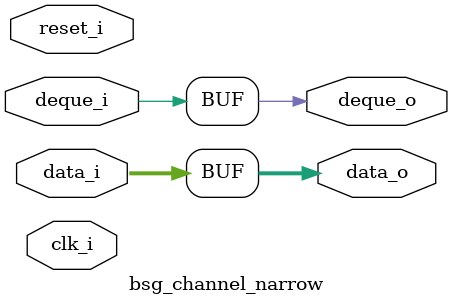
<source format=v>


module top
(
  clk_i,
  reset_i,
  data_i,
  deque_o,
  data_o,
  deque_i
);

  input [31:0] data_i;
  output [31:0] data_o;
  input clk_i;
  input reset_i;
  input deque_i;
  output deque_o;

  bsg_channel_narrow
  wrapper
  (
    .data_i(data_i),
    .data_o(data_o),
    .clk_i(clk_i),
    .reset_i(reset_i),
    .deque_i(deque_i),
    .deque_o(deque_o)
  );


endmodule



module bsg_channel_narrow
(
  clk_i,
  reset_i,
  data_i,
  deque_o,
  data_o,
  deque_i
);

  input [31:0] data_i;
  output [31:0] data_o;
  input clk_i;
  input reset_i;
  input deque_i;
  output deque_o;
  wire [31:0] data_o;
  wire deque_o;
  assign deque_o = deque_i;
  assign data_o[31] = data_i[31];
  assign data_o[30] = data_i[30];
  assign data_o[29] = data_i[29];
  assign data_o[28] = data_i[28];
  assign data_o[27] = data_i[27];
  assign data_o[26] = data_i[26];
  assign data_o[25] = data_i[25];
  assign data_o[24] = data_i[24];
  assign data_o[23] = data_i[23];
  assign data_o[22] = data_i[22];
  assign data_o[21] = data_i[21];
  assign data_o[20] = data_i[20];
  assign data_o[19] = data_i[19];
  assign data_o[18] = data_i[18];
  assign data_o[17] = data_i[17];
  assign data_o[16] = data_i[16];
  assign data_o[15] = data_i[15];
  assign data_o[14] = data_i[14];
  assign data_o[13] = data_i[13];
  assign data_o[12] = data_i[12];
  assign data_o[11] = data_i[11];
  assign data_o[10] = data_i[10];
  assign data_o[9] = data_i[9];
  assign data_o[8] = data_i[8];
  assign data_o[7] = data_i[7];
  assign data_o[6] = data_i[6];
  assign data_o[5] = data_i[5];
  assign data_o[4] = data_i[4];
  assign data_o[3] = data_i[3];
  assign data_o[2] = data_i[2];
  assign data_o[1] = data_i[1];
  assign data_o[0] = data_i[0];

endmodule


</source>
